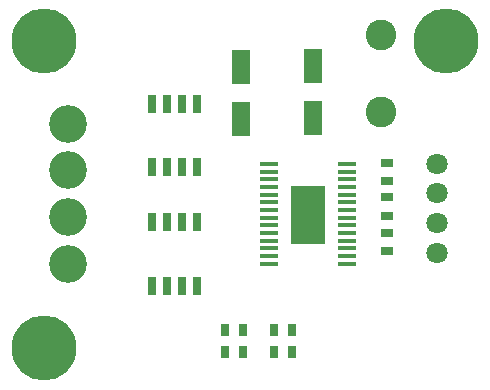
<source format=gts>
G04 EasyPC Gerber Version 21.0.3 Build 4286 *
G04 #@! TF.Part,Single*
G04 #@! TF.FileFunction,Soldermask,Top *
G04 #@! TF.FilePolarity,Negative *
%FSLAX34Y34*%
%MOMM*%
%ADD70R,0.65000X1.00000*%
%ADD94R,0.76000X1.60000*%
%ADD87R,1.60000X3.00000*%
G04 #@! TA.AperFunction,SMDPad*
%ADD122R,3.00000X5.00000*%
%ADD121R,1.65000X0.45000*%
G04 #@! TD.AperFunction*
%ADD71R,1.00000X0.65000*%
G04 #@! TA.AperFunction,ComponentPad*
%ADD124C,1.80000*%
%ADD125C,2.60000*%
%ADD123C,3.20000*%
G04 #@! TA.AperFunction,WasherPad*
%ADD120C,5.50000*%
X0Y0D02*
D02*
D70*
X183885Y27852D02*
D03*
Y45852D02*
D03*
X199385Y27852D02*
D03*
Y45852D02*
D03*
X224885Y27852D02*
D03*
Y45852D02*
D03*
X240385Y27852D02*
D03*
Y45852D02*
D03*
D02*
D71*
X320635Y113102D02*
D03*
Y128602D02*
D03*
Y143102D02*
D03*
Y158602D02*
D03*
Y172102D02*
D03*
Y187602D02*
D03*
D02*
D87*
X197635Y224852D02*
D03*
Y268852D02*
D03*
X258635Y225852D02*
D03*
Y269852D02*
D03*
D02*
D94*
X121585Y83878D02*
D03*
Y137836D02*
D03*
Y183878D02*
D03*
Y237836D02*
D03*
X134285Y83878D02*
D03*
Y137836D02*
D03*
Y183878D02*
D03*
Y237836D02*
D03*
X146985Y83878D02*
D03*
Y137836D02*
D03*
Y183878D02*
D03*
Y237836D02*
D03*
X159685Y83878D02*
D03*
Y137836D02*
D03*
Y183878D02*
D03*
Y237836D02*
D03*
D02*
D120*
X30635Y30852D02*
D03*
Y290852D02*
D03*
X370635D02*
D03*
D02*
D121*
X220635Y102352D02*
D03*
Y108852D02*
D03*
Y115352D02*
D03*
Y121852D02*
D03*
Y128352D02*
D03*
Y134852D02*
D03*
Y141352D02*
D03*
Y147852D02*
D03*
Y154352D02*
D03*
Y160852D02*
D03*
Y167352D02*
D03*
Y173852D02*
D03*
Y180352D02*
D03*
Y186852D02*
D03*
X287135Y102352D02*
D03*
Y108852D02*
D03*
Y115352D02*
D03*
Y121852D02*
D03*
Y128352D02*
D03*
Y134852D02*
D03*
Y141352D02*
D03*
Y147852D02*
D03*
Y154352D02*
D03*
Y160852D02*
D03*
Y167352D02*
D03*
Y173852D02*
D03*
Y180352D02*
D03*
Y186852D02*
D03*
D02*
D122*
X253975Y143990D02*
D03*
D02*
D123*
X50635Y102086D02*
D03*
Y141711D02*
D03*
Y181336D02*
D03*
Y220961D02*
D03*
D02*
D124*
X363635Y111852D02*
D03*
Y136852D02*
D03*
Y161852D02*
D03*
Y186852D02*
D03*
D02*
D125*
X315635Y230852D02*
D03*
Y295852D02*
D03*
X0Y0D02*
M02*

</source>
